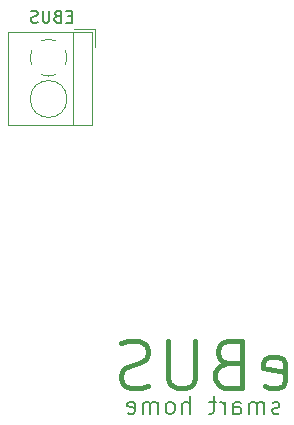
<source format=gbr>
%TF.GenerationSoftware,KiCad,Pcbnew,5.1.5+dfsg1-2build2*%
%TF.CreationDate,2021-11-04T20:27:07+01:00*%
%TF.ProjectId,ebus-adapter,65627573-2d61-4646-9170-7465722e6b69,rev?*%
%TF.SameCoordinates,Original*%
%TF.FileFunction,Legend,Bot*%
%TF.FilePolarity,Positive*%
%FSLAX46Y46*%
G04 Gerber Fmt 4.6, Leading zero omitted, Abs format (unit mm)*
G04 Created by KiCad (PCBNEW 5.1.5+dfsg1-2build2) date 2021-11-04 20:27:07*
%MOMM*%
%LPD*%
G04 APERTURE LIST*
%ADD10C,0.400000*%
%ADD11C,0.200000*%
%ADD12C,0.150000*%
%ADD13C,0.120000*%
G04 APERTURE END LIST*
D10*
X83851095Y-136874047D02*
X84232047Y-137064523D01*
X84993952Y-137064523D01*
X85374904Y-136874047D01*
X85565380Y-136493095D01*
X85565380Y-134969285D01*
X85374904Y-134588333D01*
X84993952Y-134397857D01*
X84232047Y-134397857D01*
X83851095Y-134588333D01*
X83660619Y-134969285D01*
X83660619Y-135350238D01*
X85565380Y-135731190D01*
X80613000Y-134969285D02*
X80041571Y-135159761D01*
X79851095Y-135350238D01*
X79660619Y-135731190D01*
X79660619Y-136302619D01*
X79851095Y-136683571D01*
X80041571Y-136874047D01*
X80422523Y-137064523D01*
X81946333Y-137064523D01*
X81946333Y-133064523D01*
X80613000Y-133064523D01*
X80232047Y-133255000D01*
X80041571Y-133445476D01*
X79851095Y-133826428D01*
X79851095Y-134207380D01*
X80041571Y-134588333D01*
X80232047Y-134778809D01*
X80613000Y-134969285D01*
X81946333Y-134969285D01*
X77946333Y-133064523D02*
X77946333Y-136302619D01*
X77755857Y-136683571D01*
X77565380Y-136874047D01*
X77184428Y-137064523D01*
X76422523Y-137064523D01*
X76041571Y-136874047D01*
X75851095Y-136683571D01*
X75660619Y-136302619D01*
X75660619Y-133064523D01*
X73946333Y-136874047D02*
X73374904Y-137064523D01*
X72422523Y-137064523D01*
X72041571Y-136874047D01*
X71851095Y-136683571D01*
X71660619Y-136302619D01*
X71660619Y-135921666D01*
X71851095Y-135540714D01*
X72041571Y-135350238D01*
X72422523Y-135159761D01*
X73184428Y-134969285D01*
X73565380Y-134778809D01*
X73755857Y-134588333D01*
X73946333Y-134207380D01*
X73946333Y-133826428D01*
X73755857Y-133445476D01*
X73565380Y-133255000D01*
X73184428Y-133064523D01*
X72232047Y-133064523D01*
X71660619Y-133255000D01*
D11*
X85077285Y-139164142D02*
X84934428Y-139235571D01*
X84648714Y-139235571D01*
X84505857Y-139164142D01*
X84434428Y-139021285D01*
X84434428Y-138949857D01*
X84505857Y-138807000D01*
X84648714Y-138735571D01*
X84863000Y-138735571D01*
X85005857Y-138664142D01*
X85077285Y-138521285D01*
X85077285Y-138449857D01*
X85005857Y-138307000D01*
X84863000Y-138235571D01*
X84648714Y-138235571D01*
X84505857Y-138307000D01*
X83791571Y-139235571D02*
X83791571Y-138235571D01*
X83791571Y-138378428D02*
X83720142Y-138307000D01*
X83577285Y-138235571D01*
X83363000Y-138235571D01*
X83220142Y-138307000D01*
X83148714Y-138449857D01*
X83148714Y-139235571D01*
X83148714Y-138449857D02*
X83077285Y-138307000D01*
X82934428Y-138235571D01*
X82720142Y-138235571D01*
X82577285Y-138307000D01*
X82505857Y-138449857D01*
X82505857Y-139235571D01*
X81148714Y-139235571D02*
X81148714Y-138449857D01*
X81220142Y-138307000D01*
X81363000Y-138235571D01*
X81648714Y-138235571D01*
X81791571Y-138307000D01*
X81148714Y-139164142D02*
X81291571Y-139235571D01*
X81648714Y-139235571D01*
X81791571Y-139164142D01*
X81863000Y-139021285D01*
X81863000Y-138878428D01*
X81791571Y-138735571D01*
X81648714Y-138664142D01*
X81291571Y-138664142D01*
X81148714Y-138592714D01*
X80434428Y-139235571D02*
X80434428Y-138235571D01*
X80434428Y-138521285D02*
X80363000Y-138378428D01*
X80291571Y-138307000D01*
X80148714Y-138235571D01*
X80005857Y-138235571D01*
X79720142Y-138235571D02*
X79148714Y-138235571D01*
X79505857Y-137735571D02*
X79505857Y-139021285D01*
X79434428Y-139164142D01*
X79291571Y-139235571D01*
X79148714Y-139235571D01*
X77505857Y-139235571D02*
X77505857Y-137735571D01*
X76863000Y-139235571D02*
X76863000Y-138449857D01*
X76934428Y-138307000D01*
X77077285Y-138235571D01*
X77291571Y-138235571D01*
X77434428Y-138307000D01*
X77505857Y-138378428D01*
X75934428Y-139235571D02*
X76077285Y-139164142D01*
X76148714Y-139092714D01*
X76220142Y-138949857D01*
X76220142Y-138521285D01*
X76148714Y-138378428D01*
X76077285Y-138307000D01*
X75934428Y-138235571D01*
X75720142Y-138235571D01*
X75577285Y-138307000D01*
X75505857Y-138378428D01*
X75434428Y-138521285D01*
X75434428Y-138949857D01*
X75505857Y-139092714D01*
X75577285Y-139164142D01*
X75720142Y-139235571D01*
X75934428Y-139235571D01*
X74791571Y-139235571D02*
X74791571Y-138235571D01*
X74791571Y-138378428D02*
X74720142Y-138307000D01*
X74577285Y-138235571D01*
X74363000Y-138235571D01*
X74220142Y-138307000D01*
X74148714Y-138449857D01*
X74148714Y-139235571D01*
X74148714Y-138449857D02*
X74077285Y-138307000D01*
X73934428Y-138235571D01*
X73720142Y-138235571D01*
X73577285Y-138307000D01*
X73505857Y-138449857D01*
X73505857Y-139235571D01*
X72220142Y-139164142D02*
X72363000Y-139235571D01*
X72648714Y-139235571D01*
X72791571Y-139164142D01*
X72863000Y-139021285D01*
X72863000Y-138449857D01*
X72791571Y-138307000D01*
X72648714Y-138235571D01*
X72363000Y-138235571D01*
X72220142Y-138307000D01*
X72148714Y-138449857D01*
X72148714Y-138592714D01*
X72863000Y-138735571D01*
D12*
X67500285Y-105592571D02*
X67166952Y-105592571D01*
X67024095Y-106116380D02*
X67500285Y-106116380D01*
X67500285Y-105116380D01*
X67024095Y-105116380D01*
X66262190Y-105592571D02*
X66119333Y-105640190D01*
X66071714Y-105687809D01*
X66024095Y-105783047D01*
X66024095Y-105925904D01*
X66071714Y-106021142D01*
X66119333Y-106068761D01*
X66214571Y-106116380D01*
X66595523Y-106116380D01*
X66595523Y-105116380D01*
X66262190Y-105116380D01*
X66166952Y-105164000D01*
X66119333Y-105211619D01*
X66071714Y-105306857D01*
X66071714Y-105402095D01*
X66119333Y-105497333D01*
X66166952Y-105544952D01*
X66262190Y-105592571D01*
X66595523Y-105592571D01*
X65595523Y-105116380D02*
X65595523Y-105925904D01*
X65547904Y-106021142D01*
X65500285Y-106068761D01*
X65405047Y-106116380D01*
X65214571Y-106116380D01*
X65119333Y-106068761D01*
X65071714Y-106021142D01*
X65024095Y-105925904D01*
X65024095Y-105116380D01*
X64595523Y-106068761D02*
X64452666Y-106116380D01*
X64214571Y-106116380D01*
X64119333Y-106068761D01*
X64071714Y-106021142D01*
X64024095Y-105925904D01*
X64024095Y-105830666D01*
X64071714Y-105735428D01*
X64119333Y-105687809D01*
X64214571Y-105640190D01*
X64405047Y-105592571D01*
X64500285Y-105544952D01*
X64547904Y-105497333D01*
X64595523Y-105402095D01*
X64595523Y-105306857D01*
X64547904Y-105211619D01*
X64500285Y-105164000D01*
X64405047Y-105116380D01*
X64166952Y-105116380D01*
X64024095Y-105164000D01*
D13*
%TO.C,J1*%
X67087000Y-112593000D02*
G75*
G03X67087000Y-112593000I-1555000J0D01*
G01*
X67632000Y-106933000D02*
X67632000Y-114753000D01*
X62072000Y-106933000D02*
X62072000Y-114753000D01*
X69192000Y-106933000D02*
X69192000Y-114753000D01*
X62072000Y-106933000D02*
X69192000Y-106933000D01*
X62072000Y-114753000D02*
X69192000Y-114753000D01*
X67692000Y-106693000D02*
X69432000Y-106693000D01*
X69432000Y-106693000D02*
X69432000Y-108193000D01*
X67087492Y-109120011D02*
G75*
G03X66964000Y-108485000I-1555492J27011D01*
G01*
X66139742Y-107660891D02*
G75*
G03X64924000Y-107661000I-607742J-1432109D01*
G01*
X64099891Y-108485258D02*
G75*
G03X64100000Y-109701000I1432109J-607742D01*
G01*
X64924258Y-110525109D02*
G75*
G03X66140000Y-110525000I607742J1432109D01*
G01*
X66963385Y-109700587D02*
G75*
G03X67087000Y-109093000I-1431385J607587D01*
G01*
%TD*%
M02*

</source>
